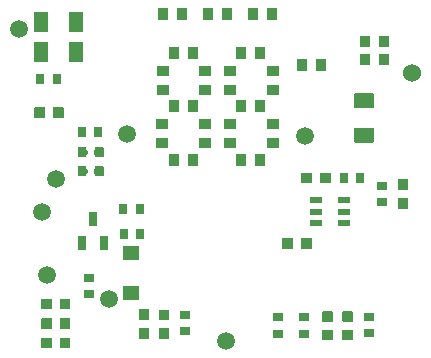
<source format=gtp>
G04*
G04 #@! TF.GenerationSoftware,Altium Limited,Altium Designer,20.0.2 (26)*
G04*
G04 Layer_Color=8421504*
%FSLAX25Y25*%
%MOIN*%
G70*
G01*
G75*
%ADD17R,0.03150X0.03543*%
%ADD18R,0.06697X0.04754*%
%ADD19R,0.04221X0.02095*%
%ADD20R,0.04754X0.06697*%
%ADD21R,0.03150X0.03402*%
%ADD22R,0.03543X0.03937*%
%ADD23R,0.05512X0.04724*%
%ADD24R,0.02756X0.04921*%
%ADD25R,0.03175X0.03402*%
%ADD26C,0.05906*%
%ADD27R,0.03543X0.03150*%
%ADD28C,0.06000*%
%ADD29R,0.03937X0.03543*%
%ADD30R,0.03402X0.03175*%
G36*
X26064Y118955D02*
Y113045D01*
X25671Y112652D01*
X21704D01*
X21310Y113045D01*
Y114468D01*
X21704Y114862D01*
X22533D01*
X22927Y115255D01*
Y116745D01*
X22533Y117139D01*
X21704D01*
X21310Y117532D01*
Y118955D01*
X21704Y119348D01*
X25671D01*
X26064Y118955D01*
D02*
G37*
G36*
X14421D02*
Y117532D01*
X14027Y117139D01*
X13198D01*
X12804Y116745D01*
Y115255D01*
X13198Y114862D01*
X14027D01*
X14421Y114468D01*
Y113045D01*
X14027Y112652D01*
X10060D01*
X9667Y113045D01*
Y118955D01*
X10060Y119348D01*
X14027D01*
X14421Y118955D01*
D02*
G37*
G36*
X26064Y109055D02*
Y103145D01*
X25671Y102752D01*
X21704D01*
X21310Y103145D01*
Y104568D01*
X21704Y104962D01*
X22533D01*
X22927Y105355D01*
Y106845D01*
X22533Y107238D01*
X21704D01*
X21310Y107632D01*
Y109055D01*
X21704Y109448D01*
X25671D01*
X26064Y109055D01*
D02*
G37*
G36*
X14421D02*
Y107632D01*
X14027Y107238D01*
X13198D01*
X12804Y106845D01*
Y105355D01*
X13198Y104962D01*
X14027D01*
X14421Y104568D01*
Y103145D01*
X14027Y102752D01*
X10060D01*
X9667Y103145D01*
Y109055D01*
X10060Y109448D01*
X14027D01*
X14421Y109055D01*
D02*
G37*
G36*
X19612Y87416D02*
Y84266D01*
X19415Y84069D01*
X16265D01*
X16068Y84266D01*
Y85219D01*
X17525D01*
Y86518D01*
X16068D01*
Y87416D01*
X16265Y87613D01*
X19415D01*
X19612Y87416D01*
D02*
G37*
G36*
X13312D02*
Y86518D01*
X11816D01*
Y85219D01*
X13312D01*
Y84266D01*
X13116Y84069D01*
X10005D01*
X9809Y84266D01*
Y87416D01*
X10005Y87613D01*
X13116D01*
X13312Y87416D01*
D02*
G37*
G36*
X32852Y74046D02*
Y71149D01*
X32600Y70897D01*
X30619D01*
X29539Y72053D01*
Y73142D01*
X30619Y74298D01*
X32600D01*
X32852Y74046D01*
D02*
G37*
G36*
X27509Y73097D02*
Y72009D01*
X26430Y70852D01*
X24449D01*
X24196Y71104D01*
Y74002D01*
X24449Y74254D01*
X26430D01*
X27509Y73097D01*
D02*
G37*
G36*
X32852Y67712D02*
Y64814D01*
X32600Y64562D01*
X30619D01*
X29539Y65719D01*
Y66807D01*
X30619Y67964D01*
X32600D01*
X32852Y67712D01*
D02*
G37*
G36*
X27509Y66763D02*
Y65674D01*
X26430Y64518D01*
X24449D01*
X24196Y64770D01*
Y67667D01*
X24449Y67919D01*
X26430D01*
X27509Y66763D01*
D02*
G37*
G36*
X21802Y23575D02*
Y20425D01*
X21605Y20228D01*
X18455D01*
X18258Y20425D01*
Y21378D01*
X19715D01*
Y22677D01*
X18258D01*
Y23575D01*
X18455Y23772D01*
X21605D01*
X21802Y23575D01*
D02*
G37*
G36*
X15502D02*
Y22677D01*
X14006D01*
Y21378D01*
X15502D01*
Y20425D01*
X15306Y20228D01*
X12195D01*
X11998Y20425D01*
Y23575D01*
X12195Y23772D01*
X15306D01*
X15502Y23575D01*
D02*
G37*
G36*
X48072Y19969D02*
Y16819D01*
X47875Y16622D01*
X46922D01*
Y18079D01*
X45623D01*
Y16622D01*
X44725D01*
X44528Y16819D01*
Y19969D01*
X44725Y20166D01*
X47875D01*
X48072Y19969D01*
D02*
G37*
G36*
X21802Y17075D02*
Y13925D01*
X21605Y13728D01*
X18455D01*
X18258Y13925D01*
Y14878D01*
X19715D01*
Y16177D01*
X18258D01*
Y17075D01*
X18455Y17272D01*
X21605D01*
X21802Y17075D01*
D02*
G37*
G36*
X15502D02*
Y16177D01*
X14006D01*
Y14878D01*
X15502D01*
Y13925D01*
X15306Y13728D01*
X12195D01*
X11998Y13925D01*
Y17075D01*
X12195Y17272D01*
X15306D01*
X15502Y17075D01*
D02*
G37*
G36*
X48072Y13669D02*
Y10559D01*
X47875Y10362D01*
X44725D01*
X44528Y10559D01*
Y13669D01*
X44725Y13866D01*
X45623D01*
Y12370D01*
X46922D01*
Y13866D01*
X47875D01*
X48072Y13669D01*
D02*
G37*
G36*
X21802Y10575D02*
Y7425D01*
X21605Y7228D01*
X18455D01*
X18258Y7425D01*
Y8378D01*
X19715D01*
Y9677D01*
X18258D01*
Y10575D01*
X18455Y10772D01*
X21605D01*
X21802Y10575D01*
D02*
G37*
G36*
X15502D02*
Y9677D01*
X14006D01*
Y8378D01*
X15502D01*
Y7425D01*
X15306Y7228D01*
X12195D01*
X11998Y7425D01*
Y10575D01*
X12195Y10772D01*
X15306D01*
X15502Y10575D01*
D02*
G37*
G36*
X134472Y57106D02*
Y53995D01*
X134275Y53799D01*
X131125D01*
X130928Y53995D01*
Y57106D01*
X131125Y57302D01*
X132023D01*
Y55806D01*
X133322D01*
Y57302D01*
X134275D01*
X134472Y57106D01*
D02*
G37*
G36*
X102160Y43844D02*
Y40694D01*
X101963Y40497D01*
X98852D01*
X98656Y40694D01*
Y41592D01*
X100152D01*
Y42891D01*
X98656D01*
Y43844D01*
X98852Y44041D01*
X101963D01*
X102160Y43844D01*
D02*
G37*
G36*
X95900D02*
Y42891D01*
X94443D01*
Y41592D01*
X95900D01*
Y40694D01*
X95703Y40497D01*
X92553D01*
X92356Y40694D01*
Y43844D01*
X92553Y44041D01*
X95703D01*
X95900Y43844D01*
D02*
G37*
G36*
X54772Y19969D02*
Y16858D01*
X54575Y16661D01*
X53677D01*
Y18158D01*
X52378D01*
Y16661D01*
X51425D01*
X51228Y16858D01*
Y19969D01*
X51425Y20165D01*
X54575D01*
X54772Y19969D01*
D02*
G37*
G36*
X115972Y19483D02*
Y16373D01*
X115775Y16176D01*
X114877D01*
Y17672D01*
X113578D01*
Y16176D01*
X112625D01*
X112428Y16373D01*
Y19483D01*
X112625Y19680D01*
X115775D01*
X115972Y19483D01*
D02*
G37*
G36*
X109272Y19474D02*
Y16324D01*
X109075Y16127D01*
X108122D01*
Y17584D01*
X106823D01*
Y16127D01*
X105925D01*
X105728Y16324D01*
Y19474D01*
X105925Y19671D01*
X109075D01*
X109272Y19474D01*
D02*
G37*
G36*
X54772Y13709D02*
Y10559D01*
X54575Y10362D01*
X51425D01*
X51228Y10559D01*
Y13709D01*
X51425Y13906D01*
X52378D01*
Y12449D01*
X53677D01*
Y13906D01*
X54575D01*
X54772Y13709D01*
D02*
G37*
G36*
X115972Y13224D02*
Y10074D01*
X115775Y9877D01*
X112625D01*
X112428Y10074D01*
Y13224D01*
X112625Y13420D01*
X113578D01*
Y11964D01*
X114877D01*
Y13420D01*
X115775D01*
X115972Y13224D01*
D02*
G37*
G36*
X109272Y13175D02*
Y10064D01*
X109075Y9867D01*
X105925D01*
X105728Y10064D01*
Y13175D01*
X105925Y13371D01*
X106823D01*
Y11875D01*
X108122D01*
Y13371D01*
X109075D01*
X109272Y13175D01*
D02*
G37*
G36*
X122948Y91805D02*
Y87839D01*
X122555Y87445D01*
X121132D01*
X120738Y87839D01*
Y88668D01*
X120345Y89061D01*
X118855D01*
X118462Y88668D01*
Y87839D01*
X118068Y87445D01*
X116645D01*
X116252Y87839D01*
Y91805D01*
X116645Y92199D01*
X122555D01*
X122948Y91805D01*
D02*
G37*
G36*
Y80161D02*
Y76195D01*
X122555Y75801D01*
X116645D01*
X116252Y76195D01*
Y80161D01*
X116645Y80555D01*
X118068D01*
X118462Y80161D01*
Y79332D01*
X118855Y78939D01*
X120345D01*
X120738Y79332D01*
Y80161D01*
X121132Y80555D01*
X122555D01*
X122948Y80161D01*
D02*
G37*
G36*
X108502Y65575D02*
Y62425D01*
X108305Y62228D01*
X105155D01*
X104958Y62425D01*
Y63378D01*
X106415D01*
Y64677D01*
X104958D01*
Y65575D01*
X105155Y65772D01*
X108305D01*
X108502Y65575D01*
D02*
G37*
G36*
X102202D02*
Y64677D01*
X100706D01*
Y63378D01*
X102202D01*
Y62425D01*
X102006Y62228D01*
X98895D01*
X98699Y62425D01*
Y65575D01*
X98895Y65772D01*
X102006D01*
X102202Y65575D01*
D02*
G37*
G36*
X134472Y63405D02*
Y60255D01*
X134275Y60058D01*
X133322D01*
Y61515D01*
X132023D01*
Y60058D01*
X131125D01*
X130928Y60255D01*
Y63405D01*
X131125Y63602D01*
X134275D01*
X134472Y63405D01*
D02*
G37*
G36*
X121772Y101795D02*
Y104945D01*
X121575Y105142D01*
X120677D01*
Y103685D01*
X119378D01*
Y105142D01*
X118425D01*
X118228Y104945D01*
Y101795D01*
X118425Y101598D01*
X121575D01*
X121772Y101795D01*
D02*
G37*
G36*
X121575Y107898D02*
X120677D01*
Y109394D01*
X119378D01*
Y107898D01*
X118425D01*
X118228Y108094D01*
Y111205D01*
X118425Y111401D01*
X121575D01*
X121772Y111205D01*
Y108094D01*
X121575Y107898D01*
D02*
G37*
G36*
X128072Y101795D02*
Y104945D01*
X127875Y105142D01*
X126977D01*
Y103685D01*
X125678D01*
Y105142D01*
X124725D01*
X124528Y104945D01*
Y101795D01*
X124725Y101598D01*
X127875D01*
X128072Y101795D01*
D02*
G37*
G36*
X127875Y107898D02*
X126977D01*
Y109394D01*
X125678D01*
Y107898D01*
X124725D01*
X124528Y108094D01*
Y111205D01*
X124725Y111401D01*
X127875D01*
X128072Y111205D01*
Y108094D01*
X127875Y107898D01*
D02*
G37*
D17*
X44911Y53500D02*
D03*
X39400D02*
D03*
X45055Y45400D02*
D03*
X39544D02*
D03*
X112845Y63900D02*
D03*
X118356D02*
D03*
X11744Y96900D02*
D03*
X17255D02*
D03*
X31137Y79300D02*
D03*
X25626D02*
D03*
D18*
X119600Y78178D02*
D03*
Y89822D02*
D03*
D19*
X112835Y56540D02*
D03*
Y52800D02*
D03*
Y49060D02*
D03*
X103787D02*
D03*
Y52800D02*
D03*
Y56540D02*
D03*
D20*
X12043Y106100D02*
D03*
X23687D02*
D03*
X12043Y116000D02*
D03*
X23687D02*
D03*
D21*
X31255Y72535D02*
D03*
X25745D02*
D03*
Y66201D02*
D03*
X31255D02*
D03*
D22*
X85050Y88000D02*
D03*
X78751D02*
D03*
X85050Y105800D02*
D03*
X78751D02*
D03*
X62650D02*
D03*
X56351D02*
D03*
X98950Y101800D02*
D03*
X105249D02*
D03*
X62650Y70100D02*
D03*
X56351D02*
D03*
X62650Y88000D02*
D03*
X56351D02*
D03*
X85050Y70100D02*
D03*
X78751D02*
D03*
X52650Y118700D02*
D03*
X58949D02*
D03*
X67625D02*
D03*
X73925D02*
D03*
X82601D02*
D03*
X88900D02*
D03*
D23*
X42000Y38893D02*
D03*
Y25507D02*
D03*
D24*
X29300Y50237D02*
D03*
X33040Y42363D02*
D03*
X25560D02*
D03*
D25*
X17675Y85841D02*
D03*
X11744D02*
D03*
X100635Y64000D02*
D03*
X106565D02*
D03*
X100224Y42269D02*
D03*
X94293D02*
D03*
X13935Y22000D02*
D03*
X19865D02*
D03*
X13935Y9000D02*
D03*
X19865D02*
D03*
X13935Y15500D02*
D03*
X19865D02*
D03*
D26*
X12400Y52700D02*
D03*
X4700Y113800D02*
D03*
X40800Y78500D02*
D03*
X100100Y78090D02*
D03*
X73600Y9800D02*
D03*
X34500Y23600D02*
D03*
X14025Y31639D02*
D03*
X17100Y63600D02*
D03*
D27*
X28100Y25289D02*
D03*
Y30800D02*
D03*
X125724Y55899D02*
D03*
Y61410D02*
D03*
X121400Y12268D02*
D03*
Y17779D02*
D03*
X91100Y17656D02*
D03*
Y12145D02*
D03*
X99550Y17656D02*
D03*
Y12145D02*
D03*
X60000Y18400D02*
D03*
Y12889D02*
D03*
D28*
X135500Y99100D02*
D03*
D29*
X66700Y93350D02*
D03*
Y99649D02*
D03*
X89300Y93350D02*
D03*
Y99649D02*
D03*
X52500Y93350D02*
D03*
Y99649D02*
D03*
X74900Y93350D02*
D03*
Y99649D02*
D03*
X66753Y82050D02*
D03*
Y75751D02*
D03*
X89300Y82050D02*
D03*
Y75751D02*
D03*
X52400Y82050D02*
D03*
Y75751D02*
D03*
X74900Y82050D02*
D03*
Y75751D02*
D03*
D30*
X120000Y109466D02*
D03*
Y103534D02*
D03*
X126300Y109466D02*
D03*
Y103534D02*
D03*
X132700Y55734D02*
D03*
Y61665D02*
D03*
X107500Y11804D02*
D03*
Y17734D02*
D03*
X114200Y17744D02*
D03*
Y11813D02*
D03*
X46300Y12298D02*
D03*
Y18229D02*
D03*
X53000D02*
D03*
Y12298D02*
D03*
M02*

</source>
